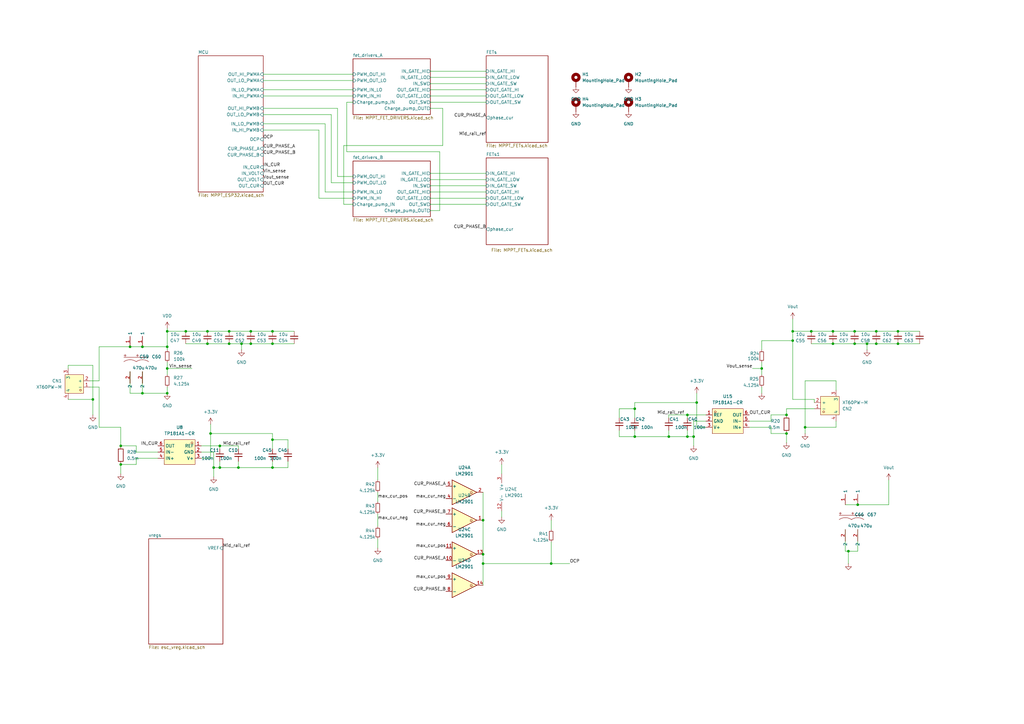
<source format=kicad_sch>
(kicad_sch (version 20231120) (generator "eeschema") (generator_version "8.0")
  (paper "A3")
  (lib_symbols
    (symbol "Comparator:LM2901" (pin_names (offset 0.127))
      (property "Reference" "U" (at 0 5.08 0))
      (property "Value" "LM2901" (at 0 -5.08 0))
      (symbol "LM2901_1_1"
        (polyline (pts (xy -5.08 5.08) (xy 5.08 0) (xy -5.08 -5.08) (xy -5.08 5.08)) (stroke (width 0.254)) (fill (type background)))
        (polyline (pts (xy 3.302 -0.508) (xy 2.794 -0.508) (xy 3.302 0) (xy 2.794 0.508) (xy 2.286 0) (xy 2.794 -0.508) (xy 2.286 -0.508)) (stroke (width 0.127)))
        (pin open_collector line (at 7.62 0 180) (length 2.54) (name "~") (number "2"))
        (pin input line (at -7.62 -2.54 0) (length 2.54) (name "-") (number "4"))
        (pin input line (at -7.62 2.54 0) (length 2.54) (name "+") (number "5"))
      )
      (symbol "LM2901_2_1"
        (polyline (pts (xy -5.08 5.08) (xy 5.08 0) (xy -5.08 -5.08) (xy -5.08 5.08)) (stroke (width 0.254)) (fill (type background)))
        (polyline (pts (xy 3.302 -0.508) (xy 2.794 -0.508) (xy 3.302 0) (xy 2.794 0.508) (xy 2.286 0) (xy 2.794 -0.508) (xy 2.286 -0.508)) (stroke (width 0.127)))
        (pin open_collector line (at 7.62 0 180) (length 2.54) (name "~") (number "1"))
        (pin input line (at -7.62 -2.54 0) (length 2.54) (name "-") (number "6"))
        (pin input line (at -7.62 2.54 0) (length 2.54) (name "+") (number "7"))
      )
      (symbol "LM2901_3_1"
        (polyline (pts (xy -5.08 5.08) (xy 5.08 0) (xy -5.08 -5.08) (xy -5.08 5.08)) (stroke (width 0.254)) (fill (type background)))
        (polyline (pts (xy 3.302 -0.508) (xy 2.794 -0.508) (xy 3.302 0) (xy 2.794 0.508) (xy 2.286 0) (xy 2.794 -0.508) (xy 2.286 -0.508)) (stroke (width 0.127)))
        (pin input line (at -7.62 -2.54 0) (length 2.54) (name "-") (number "10"))
        (pin input line (at -7.62 2.54 0) (length 2.54) (name "+") (number "11"))
        (pin open_collector line (at 7.62 0 180) (length 2.54) (name "~") (number "13"))
      )
      (symbol "LM2901_4_1"
        (polyline (pts (xy -5.08 5.08) (xy 5.08 0) (xy -5.08 -5.08) (xy -5.08 5.08)) (stroke (width 0.254)) (fill (type background)))
        (polyline (pts (xy 3.302 -0.508) (xy 2.794 -0.508) (xy 3.302 0) (xy 2.794 0.508) (xy 2.286 0) (xy 2.794 -0.508) (xy 2.286 -0.508)) (stroke (width 0.127)))
        (pin open_collector line (at 7.62 0 180) (length 2.54) (name "~") (number "14"))
        (pin input line (at -7.62 -2.54 0) (length 2.54) (name "-") (number "8"))
        (pin input line (at -7.62 2.54 0) (length 2.54) (name "+") (number "9"))
      )
      (symbol "LM2901_5_1"
        (pin power_in line (at -2.54 -7.62 90) (length 3.81) (name "V-") (number "12"))
        (pin power_in line (at -2.54 7.62 270) (length 3.81) (name "V+") (number "3"))
      )
    )
    (symbol "Device:C_Small" (pin_numbers hide) (pin_names (offset 0.254) hide)
      (property "Reference" "C" (at 0.254 1.778 0))
      (property "Value" "C_Small" (at 0.254 -2.032 0))
      (symbol "C_Small_0_1"
        (polyline (pts (xy -1.524 -0.508) (xy 1.524 -0.508)) (stroke (width 0.3302)))
        (polyline (pts (xy -1.524 0.508) (xy 1.524 0.508)) (stroke (width 0.3048)))
      )
      (symbol "C_Small_1_1"
        (pin passive line (at 0 2.54 270) (length 2.032) (name "~") (number "1"))
        (pin passive line (at 0 -2.54 90) (length 2.032) (name "~") (number "2"))
      )
    )
    (symbol "Device:R" (pin_numbers hide) (pin_names (offset 0))
      (property "Reference" "R" (at 2.032 0 90))
      (property "Value" "R" (at 0 0 90))
      (symbol "R_0_1"
        (rectangle (start -1.016 -2.54) (end 1.016 2.54) (stroke (width 0.254)))
      )
      (symbol "R_1_1"
        (pin passive line (at 0 3.81 270) (length 1.27) (name "~") (number "1"))
        (pin passive line (at 0 -3.81 90) (length 1.27) (name "~") (number "2"))
      )
    )
    (symbol "Device:R_Small" (pin_numbers hide) (pin_names (offset 0.254) hide)
      (property "Reference" "R" (at 0.762 0.508 0))
      (property "Value" "R_Small" (at 0.762 -1.016 0))
      (symbol "R_Small_0_1"
        (rectangle (start -0.762 1.778) (end 0.762 -1.778) (stroke (width 0.2032)))
      )
      (symbol "R_Small_1_1"
        (pin passive line (at 0 2.54 270) (length 0.762) (name "~") (number "1"))
        (pin passive line (at 0 -2.54 90) (length 0.762) (name "~") (number "2"))
      )
    )
    (symbol "Mechanical:MountingHole_Pad" (pin_numbers hide) (pin_names (offset 1.016) hide) (exclude_from_sim yes) (in_bom no)
      (property "Reference" "H" (at 0 6.35 0))
      (property "Value" "MountingHole_Pad" (at 0 4.445 0))
      (symbol "MountingHole_Pad_0_1"
        (circle (center 0 1.27) (radius 1.27) (stroke (width 1.27)))
      )
      (symbol "MountingHole_Pad_1_1"
        (pin input line (at 0 -2.54 90) (length 2.54) (name "1") (number "1"))
      )
    )
    (symbol "easyeda2kicad:RC100M471LO16*26TH-2A1E"
      (property "Reference" "C" (at 0 10.16 0))
      (property "Value" "RC100M471LO16*26TH-2A1E" (at 0 -10.16 0))
      (symbol "RC100M471LO16*26TH-2A1E_0_1"
        (rectangle (start -2.54 1.52) (end -1.52 1.52) (fill (type background)))
        (rectangle (start -2.03 2.03) (end -2.03 1.02) (fill (type background)))
        (arc (start 0 -0.25) (mid -1.3336 -0.4253) (end -2.54 -1.02))
        (polyline (pts (xy -2.54 0.76) (xy 2.54 0.76)))
        (arc (start 2.54 -1.02) (mid 1.334 -0.4238) (end 0 -0.25))
        (pin unspecified line (at 0 5.08 90) (length 4.318) (name "1") (number "1"))
        (pin unspecified line (at 0 -5.08 270) (length 4.826) (name "2") (number "2"))
      )
    )
    (symbol "easyeda2kicad:TP181A1-CR"
      (property "Reference" "U" (at 0 7.62 0))
      (property "Value" "TP181A1-CR" (at 0 -7.62 0))
      (symbol "TP181A1-CR_0_1"
        (rectangle (start -6.35 5.08) (end 6.35 -5.08) (fill (type background)))
        (circle (center -5.08 3.81) (radius 0.38))
        (pin unspecified line (at -8.89 2.54 0) (length 2.54) (name "REF") (number "1"))
        (pin unspecified line (at -8.89 0 0) (length 2.54) (name "GND") (number "2"))
        (pin unspecified line (at -8.89 -2.54 0) (length 2.54) (name "V+") (number "3"))
        (pin unspecified line (at 8.89 -2.54 180) (length 2.54) (name "IN+") (number "4"))
        (pin unspecified line (at 8.89 0 180) (length 2.54) (name "IN-") (number "5"))
        (pin unspecified line (at 8.89 2.54 180) (length 2.54) (name "OUT") (number "6"))
      )
    )
    (symbol "easyeda2kicad:XT60PW-M"
      (property "Reference" "CN" (at 0 13.97 0))
      (property "Value" "XT60PW-M" (at 0 -8.89 0))
      (symbol "XT60PW-M_0_1"
        (rectangle (start -2.54 6.35) (end 5.08 -1.27) (fill (type background)))
        (circle (center -1.27 5.08) (radius 0.38))
        (pin unspecified line (at -5.08 3.81 0) (length 2.54) (name "-") (number "1"))
        (pin unspecified line (at -5.08 1.27 0) (length 2.54) (name "+") (number "2"))
        (pin unspecified line (at 3.81 -3.81 90) (length 2.54) (name "3") (number "3"))
        (pin unspecified line (at 3.81 8.89 270) (length 2.54) (name "4") (number "4"))
      )
    )
    (symbol "power:+3.3V" (power) (pin_numbers hide) (pin_names (offset 0) hide)
      (property "Value" "+3.3V" (at 0 3.556 0))
      (symbol "+3.3V_0_1"
        (polyline (pts (xy -0.762 1.27) (xy 0 2.54)))
        (polyline (pts (xy 0 0) (xy 0 2.54)))
        (polyline (pts (xy 0 2.54) (xy 0.762 1.27)))
      )
      (symbol "+3.3V_1_1"
        (pin power_in line (at 0 0 90) (length 0) (name "~") (number "1"))
      )
    )
    (symbol "power:GND" (power) (pin_numbers hide) (pin_names (offset 0) hide)
      (property "Value" "GND" (at 0 -3.81 0))
      (symbol "GND_0_1"
        (polyline (pts (xy 0 0) (xy 0 -1.27) (xy 1.27 -1.27) (xy 0 -2.54) (xy -1.27 -1.27) (xy 0 -1.27)))
      )
      (symbol "GND_1_1"
        (pin power_in line (at 0 0 270) (length 0) (name "~") (number "1"))
      )
    )
    (symbol "power:VBUS" (power) (pin_numbers hide) (pin_names (offset 0) hide)
      (property "Value" "VBUS" (at 0 3.556 0))
      (symbol "VBUS_0_1"
        (polyline (pts (xy -0.762 1.27) (xy 0 2.54)))
        (polyline (pts (xy 0 0) (xy 0 2.54)))
        (polyline (pts (xy 0 2.54) (xy 0.762 1.27)))
      )
      (symbol "VBUS_1_1"
        (pin power_in line (at 0 0 90) (length 0) (name "~") (number "1"))
      )
    )
    (symbol "power:VDD" (power) (pin_numbers hide) (pin_names (offset 0) hide)
      (property "Value" "VDD" (at 0 3.556 0))
      (symbol "VDD_0_1"
        (polyline (pts (xy -0.762 1.27) (xy 0 2.54)))
        (polyline (pts (xy 0 0) (xy 0 2.54)))
        (polyline (pts (xy 0 2.54) (xy 0.762 1.27)))
      )
      (symbol "VDD_1_1"
        (pin power_in line (at 0 0 90) (length 0) (name "~") (number "1"))
      )
    )
  )
  (junction (at 38.1 163.83))
  (junction (at 351.79 207.01))
  (junction (at 76.2 135.89))
  (junction (at 359.41 135.89))
  (junction (at 330.2 175.26))
  (junction (at 68.58 135.89))
  (junction (at 274.32 179.07))
  (junction (at 325.12 135.89))
  (junction (at 93.98 140.97))
  (junction (at 111.76 135.89))
  (junction (at 350.52 135.89))
  (junction (at 93.98 135.89))
  (junction (at 332.74 135.89))
  (junction (at 322.58 170.18))
  (junction (at 53.34 142.24))
  (junction (at 341.63 135.89))
  (junction (at 341.63 140.97))
  (junction (at 102.87 140.97))
  (junction (at 86.36 177.8))
  (junction (at 281.94 179.07))
  (junction (at 85.09 135.89))
  (junction (at 90.17 182.88))
  (junction (at 99.06 140.97))
  (junction (at 49.53 182.88))
  (junction (at 198.12 213.36))
  (junction (at 285.75 165.1))
  (junction (at 68.58 142.24))
  (junction (at 87.63 191.77))
  (junction (at 355.6 140.97))
  (junction (at 260.35 167.64))
  (junction (at 111.76 180.34))
  (junction (at 68.58 151.13))
  (junction (at 325.12 139.7))
  (junction (at 97.79 191.77))
  (junction (at 284.48 179.07))
  (junction (at 226.06 231.14))
  (junction (at 49.53 190.5))
  (junction (at 359.41 140.97))
  (junction (at 368.3 135.89))
  (junction (at 198.12 231.14))
  (junction (at 90.17 191.77))
  (junction (at 368.3 140.97))
  (junction (at 322.58 177.8))
  (junction (at 198.12 227.33))
  (junction (at 85.09 140.97))
  (junction (at 111.76 191.77))
  (junction (at 68.58 161.29))
  (junction (at 102.87 135.89))
  (junction (at 347.98 226.06))
  (junction (at 58.42 161.29))
  (junction (at 111.76 140.97))
  (junction (at 260.35 179.07))
  (junction (at 58.42 142.24))
  (junction (at 281.94 170.18))
  (junction (at 350.52 140.97))
  (junction (at 312.42 151.13))
  (wire (pts (xy 111.76 140.97) (xy 102.87 140.97)))
  (wire (pts (xy 99.06 140.97) (xy 93.98 140.97)))
  (wire (pts (xy 346.71 207.01) (xy 351.79 207.01)))
  (wire (pts (xy 27.94 151.13) (xy 27.94 149.86)))
  (wire (pts (xy 85.09 135.89) (xy 93.98 135.89)))
  (wire (pts (xy 254 171.45) (xy 254 167.64)))
  (wire (pts (xy 341.63 135.89) (xy 350.52 135.89)))
  (wire (pts (xy 180.34 62.23) (xy 180.34 86.36)))
  (wire (pts (xy 281.94 170.18) (xy 289.56 170.18)))
  (wire (pts (xy 68.58 158.75) (xy 68.58 161.29)))
  (wire (pts (xy 176.53 29.21) (xy 199.39 29.21)))
  (wire (pts (xy 68.58 135.89) (xy 68.58 142.24)))
  (wire (pts (xy 325.12 139.7) (xy 325.12 163.83)))
  (wire (pts (xy 53.34 142.24) (xy 58.42 142.24)))
  (wire (pts (xy 138.43 72.39) (xy 138.43 44.45)))
  (wire (pts (xy 58.42 142.24) (xy 68.58 142.24)))
  (wire (pts (xy 181.61 44.45) (xy 176.53 44.45)))
  (wire (pts (xy 111.76 189.23) (xy 111.76 191.77)))
  (wire (pts (xy 176.53 39.37) (xy 199.39 39.37)))
  (wire (pts (xy 285.75 161.29) (xy 285.75 165.1)))
  (wire (pts (xy 138.43 44.45) (xy 107.95 44.45)))
  (wire (pts (xy 53.34 152.4) (xy 53.34 161.29)))
  (wire (pts (xy 97.79 184.15) (xy 97.79 182.88)))
  (wire (pts (xy 350.52 140.97) (xy 341.63 140.97)))
  (wire (pts (xy 284.48 179.07) (xy 284.48 182.88)))
  (wire (pts (xy 284.48 172.72) (xy 284.48 179.07)))
  (wire (pts (xy 49.53 190.5) (xy 55.88 190.5)))
  (wire (pts (xy 40.64 156.21) (xy 36.83 156.21)))
  (wire (pts (xy 40.64 142.24) (xy 53.34 142.24)))
  (wire (pts (xy 68.58 134.62) (xy 68.58 135.89)))
  (wire (pts (xy 312.42 158.75) (xy 312.42 161.29)))
  (wire (pts (xy 90.17 182.88) (xy 82.55 182.88)))
  (wire (pts (xy 334.01 163.83) (xy 334.01 165.1)))
  (wire (pts (xy 144.78 74.93) (xy 135.89 74.93)))
  (wire (pts (xy 359.41 135.89) (xy 368.3 135.89)))
  (wire (pts (xy 64.77 185.42) (xy 55.88 185.42)))
  (wire (pts (xy 347.98 226.06) (xy 351.79 226.06)))
  (wire (pts (xy 316.23 177.8) (xy 316.23 175.26)))
  (wire (pts (xy 322.58 177.8) (xy 322.58 181.61)))
  (wire (pts (xy 198.12 201.93) (xy 198.12 213.36)))
  (wire (pts (xy 205.74 190.5) (xy 205.74 194.31)))
  (wire (pts (xy 135.89 74.93) (xy 135.89 46.99)))
  (wire (pts (xy 322.58 167.64) (xy 322.58 170.18)))
  (wire (pts (xy 260.35 176.53) (xy 260.35 179.07)))
  (wire (pts (xy 90.17 191.77) (xy 87.63 191.77)))
  (wire (pts (xy 325.12 135.89) (xy 332.74 135.89)))
  (wire (pts (xy 281.94 179.07) (xy 284.48 179.07)))
  (wire (pts (xy 133.35 50.8) (xy 107.95 50.8)))
  (wire (pts (xy 254 167.64) (xy 260.35 167.64)))
  (wire (pts (xy 154.94 201.93) (xy 154.94 205.74)))
  (wire (pts (xy 347.98 226.06) (xy 347.98 231.14)))
  (wire (pts (xy 53.34 161.29) (xy 58.42 161.29)))
  (wire (pts (xy 142.24 41.91) (xy 142.24 62.23)))
  (wire (pts (xy 107.95 30.48) (xy 144.78 30.48)))
  (wire (pts (xy 350.52 135.89) (xy 359.41 135.89)))
  (wire (pts (xy 68.58 135.89) (xy 76.2 135.89)))
  (wire (pts (xy 111.76 180.34) (xy 111.76 177.8)))
  (wire (pts (xy 36.83 158.75) (xy 40.64 158.75)))
  (wire (pts (xy 38.1 170.18) (xy 38.1 163.83)))
  (wire (pts (xy 346.71 217.17) (xy 346.71 226.06)))
  (wire (pts (xy 355.6 140.97) (xy 350.52 140.97)))
  (wire (pts (xy 176.53 41.91) (xy 199.39 41.91)))
  (wire (pts (xy 58.42 161.29) (xy 68.58 161.29)))
  (wire (pts (xy 99.06 140.97) (xy 99.06 143.51)))
  (wire (pts (xy 364.49 207.01) (xy 364.49 196.85)))
  (wire (pts (xy 342.9 156.21) (xy 330.2 156.21)))
  (wire (pts (xy 346.71 226.06) (xy 347.98 226.06)))
  (wire (pts (xy 176.53 81.28) (xy 199.39 81.28)))
  (wire (pts (xy 118.11 184.15) (xy 118.11 180.34)))
  (wire (pts (xy 176.53 73.66) (xy 199.39 73.66)))
  (wire (pts (xy 133.35 78.74) (xy 133.35 50.8)))
  (wire (pts (xy 260.35 171.45) (xy 260.35 167.64)))
  (wire (pts (xy 254 176.53) (xy 254 179.07)))
  (wire (pts (xy 144.78 83.82) (xy 140.97 83.82)))
  (wire (pts (xy 154.94 191.77) (xy 154.94 196.85)))
  (wire (pts (xy 260.35 165.1) (xy 285.75 165.1)))
  (wire (pts (xy 341.63 140.97) (xy 332.74 140.97)))
  (wire (pts (xy 102.87 135.89) (xy 111.76 135.89)))
  (wire (pts (xy 307.34 175.26) (xy 316.23 175.26)))
  (wire (pts (xy 325.12 135.89) (xy 325.12 139.7)))
  (wire (pts (xy 330.2 156.21) (xy 330.2 175.26)))
  (wire (pts (xy 312.42 148.59) (xy 312.42 151.13)))
  (wire (pts (xy 90.17 189.23) (xy 90.17 191.77)))
  (wire (pts (xy 49.53 175.26) (xy 49.53 182.88)))
  (wire (pts (xy 351.79 217.17) (xy 351.79 226.06)))
  (wire (pts (xy 334.01 167.64) (xy 322.58 167.64)))
  (wire (pts (xy 176.53 78.74) (xy 199.39 78.74)))
  (wire (pts (xy 260.35 167.64) (xy 260.35 165.1)))
  (wire (pts (xy 87.63 185.42) (xy 87.63 191.77)))
  (wire (pts (xy 342.9 172.72) (xy 342.9 175.26)))
  (wire (pts (xy 49.53 182.88) (xy 55.88 182.88)))
  (wire (pts (xy 120.65 140.97) (xy 111.76 140.97)))
  (wire (pts (xy 330.2 175.26) (xy 330.2 177.8)))
  (wire (pts (xy 86.36 177.8) (xy 86.36 187.96)))
  (wire (pts (xy 111.76 191.77) (xy 97.79 191.77)))
  (wire (pts (xy 49.53 190.5) (xy 49.53 194.31)))
  (wire (pts (xy 274.32 179.07) (xy 281.94 179.07)))
  (wire (pts (xy 93.98 140.97) (xy 85.09 140.97)))
  (wire (pts (xy 85.09 140.97) (xy 76.2 140.97)))
  (wire (pts (xy 97.79 189.23) (xy 97.79 191.77)))
  (wire (pts (xy 154.94 220.98) (xy 154.94 224.79)))
  (wire (pts (xy 198.12 213.36) (xy 198.12 227.33)))
  (wire (pts (xy 64.77 187.96) (xy 55.88 187.96)))
  (wire (pts (xy 176.53 36.83) (xy 199.39 36.83)))
  (wire (pts (xy 274.32 176.53) (xy 274.32 179.07)))
  (wire (pts (xy 144.78 41.91) (xy 142.24 41.91)))
  (wire (pts (xy 111.76 177.8) (xy 86.36 177.8)))
  (wire (pts (xy 107.95 33.02) (xy 144.78 33.02)))
  (wire (pts (xy 289.56 175.26) (xy 285.75 175.26)))
  (wire (pts (xy 68.58 148.59) (xy 68.58 151.13)))
  (wire (pts (xy 226.06 231.14) (xy 233.68 231.14)))
  (wire (pts (xy 260.35 179.07) (xy 274.32 179.07)))
  (wire (pts (xy 322.58 170.18) (xy 316.23 170.18)))
  (wire (pts (xy 27.94 149.86) (xy 38.1 149.86)))
  (wire (pts (xy 205.74 209.55) (xy 205.74 212.09)))
  (wire (pts (xy 82.55 187.96) (xy 86.36 187.96)))
  (wire (pts (xy 55.88 190.5) (xy 55.88 187.96)))
  (wire (pts (xy 226.06 213.36) (xy 226.06 217.17)))
  (wire (pts (xy 68.58 151.13) (xy 68.58 153.67)))
  (wire (pts (xy 38.1 149.86) (xy 38.1 163.83)))
  (wire (pts (xy 368.3 135.89) (xy 377.19 135.89)))
  (wire (pts (xy 154.94 210.82) (xy 154.94 215.9)))
  (wire (pts (xy 312.42 151.13) (xy 312.42 153.67)))
  (wire (pts (xy 330.2 175.26) (xy 342.9 175.26)))
  (wire (pts (xy 307.34 172.72) (xy 316.23 172.72)))
  (wire (pts (xy 130.81 81.28) (xy 130.81 53.34)))
  (wire (pts (xy 316.23 172.72) (xy 316.23 170.18)))
  (wire (pts (xy 176.53 31.75) (xy 199.39 31.75)))
  (wire (pts (xy 78.74 151.13) (xy 68.58 151.13)))
  (wire (pts (xy 312.42 139.7) (xy 325.12 139.7)))
  (wire (pts (xy 40.64 175.26) (xy 40.64 158.75)))
  (wire (pts (xy 144.78 72.39) (xy 138.43 72.39)))
  (wire (pts (xy 86.36 173.99) (xy 86.36 177.8)))
  (wire (pts (xy 176.53 34.29) (xy 199.39 34.29)))
  (wire (pts (xy 285.75 165.1) (xy 285.75 175.26)))
  (wire (pts (xy 87.63 191.77) (xy 87.63 195.58)))
  (wire (pts (xy 289.56 172.72) (xy 284.48 172.72)))
  (wire (pts (xy 355.6 140.97) (xy 355.6 143.51)))
  (wire (pts (xy 359.41 140.97) (xy 355.6 140.97)))
  (wire (pts (xy 377.19 140.97) (xy 368.3 140.97)))
  (wire (pts (xy 140.97 83.82) (xy 140.97 59.69)))
  (wire (pts (xy 325.12 163.83) (xy 334.01 163.83)))
  (wire (pts (xy 90.17 182.88) (xy 97.79 182.88)))
  (wire (pts (xy 144.78 78.74) (xy 133.35 78.74)))
  (wire (pts (xy 226.06 231.14) (xy 226.06 222.25)))
  (wire (pts (xy 144.78 81.28) (xy 130.81 81.28)))
  (wire (pts (xy 351.79 207.01) (xy 364.49 207.01)))
  (wire (pts (xy 198.12 231.14) (xy 226.06 231.14)))
  (wire (pts (xy 281.94 170.18) (xy 281.94 171.45)))
  (wire (pts (xy 254 179.07) (xy 260.35 179.07)))
  (wire (pts (xy 107.95 36.83) (xy 144.78 36.83)))
  (wire (pts (xy 49.53 175.26) (xy 40.64 175.26)))
  (wire (pts (xy 140.97 59.69) (xy 181.61 59.69)))
  (wire (pts (xy 82.55 185.42) (xy 87.63 185.42)))
  (wire (pts (xy 281.94 170.18) (xy 274.32 170.18)))
  (wire (pts (xy 198.12 231.14) (xy 198.12 240.03)))
  (wire (pts (xy 27.94 163.83) (xy 38.1 163.83)))
  (wire (pts (xy 111.76 184.15) (xy 111.76 180.34)))
  (wire (pts (xy 281.94 176.53) (xy 281.94 179.07)))
  (wire (pts (xy 118.11 180.34) (xy 111.76 180.34)))
  (wire (pts (xy 68.58 142.24) (xy 68.58 143.51)))
  (wire (pts (xy 76.2 135.89) (xy 85.09 135.89)))
  (wire (pts (xy 90.17 182.88) (xy 90.17 184.15)))
  (wire (pts (xy 142.24 62.23) (xy 180.34 62.23)))
  (wire (pts (xy 58.42 152.4) (xy 58.42 161.29)))
  (wire (pts (xy 107.95 39.37) (xy 144.78 39.37)))
  (wire (pts (xy 198.12 227.33) (xy 198.12 231.14)))
  (wire (pts (xy 274.32 171.45) (xy 274.32 170.18)))
  (wire (pts (xy 368.3 140.97) (xy 359.41 140.97)))
  (wire (pts (xy 325.12 130.81) (xy 325.12 135.89)))
  (wire (pts (xy 180.34 86.36) (xy 176.53 86.36)))
  (wire (pts (xy 322.58 177.8) (xy 316.23 177.8)))
  (wire (pts (xy 40.64 142.24) (xy 40.64 156.21)))
  (wire (pts (xy 176.53 76.2) (xy 199.39 76.2)))
  (wire (pts (xy 118.11 189.23) (xy 118.11 191.77)))
  (wire (pts (xy 176.53 83.82) (xy 199.39 83.82)))
  (wire (pts (xy 118.11 191.77) (xy 111.76 191.77)))
  (wire (pts (xy 332.74 135.89) (xy 341.63 135.89)))
  (wire (pts (xy 135.89 46.99) (xy 107.95 46.99)))
  (wire (pts (xy 342.9 160.02) (xy 342.9 156.21)))
  (wire (pts (xy 97.79 191.77) (xy 90.17 191.77)))
  (wire (pts (xy 130.81 53.34) (xy 107.95 53.34)))
  (wire (pts (xy 308.61 151.13) (xy 312.42 151.13)))
  (wire (pts (xy 55.88 185.42) (xy 55.88 182.88)))
  (wire (pts (xy 176.53 71.12) (xy 199.39 71.12)))
  (wire (pts (xy 102.87 140.97) (xy 99.06 140.97)))
  (wire (pts (xy 93.98 135.89) (xy 102.87 135.89)))
  (wire (pts (xy 181.61 59.69) (xy 181.61 44.45)))
  (wire (pts (xy 111.76 135.89) (xy 120.65 135.89)))
  (wire (pts (xy 312.42 139.7) (xy 312.42 143.51)))
  (label "max_cur_pos" (at 182.88 237.49 180))
  (label "OCP" (at 233.68 231.14 0))
  (label "CUR_PHASE_A" (at 182.88 199.39 180))
  (label "max_cur_pos" (at 182.88 224.79 180))
  (label "Mid_rail_ref" (at 91.44 182.88 0))
  (label "CUR_PHASE_B" (at 107.95 63.5 0))
  (label "Vin_sense" (at 78.74 151.13 180))
  (label "CUR_PHASE_A" (at 182.88 229.87 180))
  (label "max_cur_neg" (at 182.88 215.9 180))
  (label "CUR_PHASE_B" (at 199.39 93.98 180))
  (label "Mid_rail_ref" (at 199.39 55.88 180))
  (label "IN_CUR" (at 107.95 68.58 0))
  (label "CUR_PHASE_B" (at 182.88 242.57 180))
  (label "max_cur_neg" (at 182.88 204.47 180))
  (label "IN_CUR" (at 64.77 182.88 180))
  (label "CUR_PHASE_A" (at 107.95 60.96 0))
  (label "Mid_rail_ref" (at 91.44 224.79 0))
  (label "Vin_sense" (at 107.95 71.12 0))
  (label "max_cur_pos" (at 154.94 204.47 0))
  (label "CUR_PHASE_A" (at 199.39 48.26 180))
  (label "OUT_CUR" (at 107.95 76.2 0))
  (label "Vout_sense" (at 308.61 151.13 180))
  (label "max_cur_neg" (at 154.94 213.36 0))
  (label "CUR_PHASE_B" (at 182.88 210.82 180))
  (label "Mid_rail_ref" (at 280.67 170.18 180))
  (label "OCP" (at 107.95 57.15 0))
  (label "Vout_sense" (at 107.95 73.66 0))
  (label "OUT_CUR" (at 307.34 170.18 0))
  (symbol (lib_id "power:GND") (at 330.2 177.8 0) (unit 1)
    (property "Reference" "#PWR084" (effects (hide yes)))
    (property "Value" "GND" (at 330.2 182.88 0))
    (property "Description" "Power symbol creates a global label with name \"GND\" , ground" (effects (hide yes)))
  )
  (symbol (lib_id "power:GND") (at 257.81 35.56 0) (mirror y) (unit 1)
    (property "Reference" "#PWR086" (effects (hide yes)))
    (property "Value" "GND" (at 257.81 40.64 0))
    (property "Description" "Power symbol creates a global label with name \"GND\" , ground" (effects (hide yes)))
  )
  (symbol (lib_id "Comparator:LM2901") (at 190.5 227.33 0) (unit 3)
    (property "Reference" "U24" (at 190.5 217.17 0))
    (property "Value" "LM2901" (at 190.5 219.71 0))
    (property "Datasheet" "https://www.st.com/resource/en/datasheet/lm2901.pdf" (effects (hide yes)))
    (property "Description" "Quad Differential Comparators, DIP-14/SOIC-14/TSSOP-14" (effects (hide yes)))
  )
  (symbol (lib_id "power:VBUS") (at 325.12 130.81 0) (unit 1)
    (property "Reference" "#PWR078" (effects (hide yes)))
    (property "Value" "Vout" (at 325.12 125.73 0))
    (property "Description" "Power symbol creates a global label with name \"VBUS\"" (effects (hide yes)))
  )
  (symbol (lib_id "Device:R_Small") (at 226.06 219.71 0) (unit 1)
    (property "Reference" "R41" (at 220.98 218.948 0) (effects (justify left)))
    (property "Value" "4.125k" (at 218.44 221.488 0) (effects (justify left)))
    (property "Footprint" "Resistor_SMD:R_0402_1005Metric" (effects (hide yes)))
    (property "Description" "Resistor, small symbol" (effects (hide yes)))
  )
  (symbol (lib_id "power:GND") (at 312.42 161.29 0) (unit 1)
    (property "Reference" "#PWR071" (effects (hide yes)))
    (property "Value" "GND" (effects (hide yes)))
    (property "Description" "Power symbol creates a global label with name \"GND\" , ground" (effects (hide yes)))
  )
  (symbol (lib_id "Device:C_Small") (at 111.76 186.69 0) (mirror y) (unit 1)
    (property "Reference" "C45" (at 111.506 184.658 0) (effects (justify left)))
    (property "Value" "100n" (at 109.22 187.9662 0) (effects (justify left)))
    (property "Footprint" "Capacitor_SMD:C_0402_1005Metric" (effects (hide yes)))
    (property "Description" "Unpolarized capacitor, small symbol" (effects (hide yes)))
  )
  (symbol (lib_id "Device:C_Small") (at 260.35 173.99 0) (unit 1)
    (property "Reference" "C42" (at 260.604 171.958 0) (effects (justify left)))
    (property "Value" "100n" (at 262.89 175.2662 0) (effects (justify left)))
    (property "Footprint" "Capacitor_SMD:C_0402_1005Metric" (effects (hide yes)))
    (property "Description" "Unpolarized capacitor, small symbol" (effects (hide yes)))
  )
  (symbol (lib_id "Comparator:LM2901") (at 208.28 201.93 0) (unit 5)
    (property "Reference" "U24" (at 207.01 200.6599 0) (effects (justify left)))
    (property "Value" "LM2901" (at 207.01 203.1999 0) (effects (justify left)))
    (property "Datasheet" "https://www.st.com/resource/en/datasheet/lm2901.pdf" (effects (hide yes)))
    (property "Description" "Quad Differential Comparators, DIP-14/SOIC-14/TSSOP-14" (effects (hide yes)))
  )
  (symbol (lib_id "Device:C_Small") (at 377.19 138.43 180) (unit 1)
    (property "Reference" "C63" (at 374.65 139.6938 0) (effects (justify left)))
    (property "Value" "10u" (at 374.65 137.1538 0) (effects (justify left)))
    (property "Footprint" "Capacitor_SMD:C_1210_3225Metric" (effects (hide yes)))
    (property "Description" "Unpolarized capacitor, small symbol" (effects (hide yes)))
  )
  (symbol (lib_id "Device:C_Small") (at 332.74 138.43 180) (unit 1)
    (property "Reference" "C55" (at 330.2 139.6938 0) (effects (justify left)))
    (property "Value" "10u" (at 330.2 137.1538 0) (effects (justify left)))
    (property "Footprint" "Capacitor_SMD:C_1210_3225Metric" (effects (hide yes)))
    (property "Description" "Unpolarized capacitor, small symbol" (effects (hide yes)))
  )
  (symbol (lib_id "Device:R_Small") (at 154.94 208.28 0) (unit 1)
    (property "Reference" "R43" (at 149.86 207.518 0) (effects (justify left)))
    (property "Value" "4.125k" (at 147.32 210.058 0) (effects (justify left)))
    (property "Footprint" "Resistor_SMD:R_0402_1005Metric" (effects (hide yes)))
    (property "Description" "Resistor, small symbol" (effects (hide yes)))
  )
  (symbol (lib_id "power:+3.3V") (at 285.75 161.29 0) (unit 1)
    (property "Reference" "#PWR093" (effects (hide yes)))
    (property "Value" "+3.3V" (at 285.75 156.21 0))
    (property "Description" "Power symbol creates a global label with name \"+3.3V\"" (effects (hide yes)))
  )
  (symbol (lib_id "easyeda2kicad:TP181A1-CR") (at 298.45 172.72 0) (unit 1)
    (property "Reference" "U15" (at 298.45 162.56 0))
    (property "Value" "TP181A1-CR" (at 298.45 165.1 0))
    (property "Footprint" "easyeda2kicad:SC70-6_L2.1-W1.3-P0.65-LS2.3-BL" (effects (hide yes)))
    (property "LCSC Part" "C2902349" (effects (hide yes)))
  )
  (symbol (lib_id "Device:C_Small") (at 111.76 138.43 180) (unit 1)
    (property "Reference" "C53" (at 109.22 139.6938 0) (effects (justify left)))
    (property "Value" "10u" (at 109.22 137.1538 0) (effects (justify left)))
    (property "Footprint" "Capacitor_SMD:C_1210_3225Metric" (effects (hide yes)))
    (property "Description" "Unpolarized capacitor, small symbol" (effects (hide yes)))
  )
  (symbol (lib_id "Device:C_Small") (at 274.32 173.99 0) (unit 1)
    (property "Reference" "C41" (at 274.574 171.958 0) (effects (justify left)))
    (property "Value" "100n" (at 276.86 175.2662 0) (effects (justify left)))
    (property "Footprint" "Capacitor_SMD:C_0402_1005Metric" (effects (hide yes)))
    (property "Description" "Unpolarized capacitor, small symbol" (effects (hide yes)))
  )
  (symbol (lib_id "easyeda2kicad:RC100M471LO16*26TH-2A1E") (at 351.79 212.09 0) (unit 1)
    (property "Reference" "C67" (at 355.6 211.0739 0) (effects (justify left)))
    (property "Value" "470u" (at 352.806 215.646 0) (effects (justify left)))
    (property "Footprint" "easyeda2kicad:CAP-TH_BD16.0-P7.50-D1.2-FD" (effects (hide yes)))
    (property "Datasheet" "https://lcsc.com/product-detail/Others_BERYL-Electronic-Tech-RC100M471LO16-26TH-2A1E_C365811.html" (effects (hide yes)))
    (property "LCSC Part" "C365811" (effects (hide yes)))
  )
  (symbol (lib_id "power:VDD") (at 68.58 134.62 0) (unit 1)
    (property "Reference" "#PWR026" (effects (hide yes)))
    (property "Value" "VDD" (at 68.58 129.54 0))
    (property "Description" "Power symbol creates a global label with name \"VDD\"" (effects (hide yes)))
  )
  (symbol (lib_id "Device:R") (at 322.58 173.99 0) (mirror y) (unit 1)
    (property "Reference" "R20" (at 320.04 172.7199 0) (effects (justify left)))
    (property "Value" "0.5m" (at 320.04 175.2599 0) (effects (justify left)))
    (property "Footprint" "Resistor_SMD:R_2512_6332Metric" (effects (hide yes)))
    (property "Description" "Resistor" (effects (hide yes)))
  )
  (symbol (lib_id "power:GND") (at 257.81 45.72 0) (mirror y) (unit 1)
    (property "Reference" "#PWR088" (effects (hide yes)))
    (property "Value" "GND" (at 257.81 50.8 0))
    (property "Description" "Power symbol creates a global label with name \"GND\" , ground" (effects (hide yes)))
  )
  (symbol (lib_id "Device:C_Small") (at 85.09 138.43 180) (unit 1)
    (property "Reference" "C49" (at 82.55 139.6938 0) (effects (justify left)))
    (property "Value" "10u" (at 82.55 137.1538 0) (effects (justify left)))
    (property "Footprint" "Capacitor_SMD:C_1210_3225Metric" (effects (hide yes)))
    (property "Description" "Unpolarized capacitor, small symbol" (effects (hide yes)))
  )
  (symbol (lib_id "Device:C_Small") (at 341.63 138.43 180) (unit 1)
    (property "Reference" "C56" (at 339.09 139.6938 0) (effects (justify left)))
    (property "Value" "10u" (at 339.09 137.1538 0) (effects (justify left)))
    (property "Footprint" "Capacitor_SMD:C_1210_3225Metric" (effects (hide yes)))
    (property "Description" "Unpolarized capacitor, small symbol" (effects (hide yes)))
  )
  (symbol (lib_id "Device:R_Small") (at 68.58 156.21 0) (unit 1)
    (property "Reference" "R27" (at 71.12 154.9399 0) (effects (justify left)))
    (property "Value" "4.125k" (at 71.12 157.4799 0) (effects (justify left)))
    (property "Footprint" "Resistor_SMD:R_0402_1005Metric" (effects (hide yes)))
    (property "Description" "Resistor, small symbol" (effects (hide yes)))
  )
  (symbol (lib_id "Device:R") (at 49.53 186.69 0) (unit 1)
    (property "Reference" "R28" (at 52.07 185.4199 0) (effects (justify left)))
    (property "Value" "0.5m" (at 52.07 187.9599 0) (effects (justify left)))
    (property "Footprint" "Resistor_SMD:R_2512_6332Metric" (effects (hide yes)))
    (property "Description" "Resistor" (effects (hide yes)))
  )
  (symbol (lib_id "Device:C_Small") (at 254 173.99 0) (unit 1)
    (property "Reference" "C43" (at 254.254 171.958 0) (effects (justify left)))
    (property "Value" "100n" (at 256.54 175.2662 0) (effects (justify left)))
    (property "Footprint" "Capacitor_SMD:C_0402_1005Metric" (effects (hide yes)))
    (property "Description" "Unpolarized capacitor, small symbol" (effects (hide yes)))
  )
  (symbol (lib_id "Comparator:LM2901") (at 190.5 213.36 0) (unit 2)
    (property "Reference" "U24" (at 190.5 203.2 0))
    (property "Value" "LM2901" (at 190.5 205.74 0))
    (property "Datasheet" "https://www.st.com/resource/en/datasheet/lm2901.pdf" (effects (hide yes)))
    (property "Description" "Quad Differential Comparators, DIP-14/SOIC-14/TSSOP-14" (effects (hide yes)))
  )
  (symbol (lib_id "easyeda2kicad:TP181A1-CR") (at 73.66 185.42 0) (mirror y) (unit 1)
    (property "Reference" "U8" (at 73.66 175.26 0))
    (property "Value" "TP181A1-CR" (at 73.66 177.8 0))
    (property "Footprint" "easyeda2kicad:SC70-6_L2.1-W1.3-P0.65-LS2.3-BL" (effects (hide yes)))
    (property "LCSC Part" "C2902349" (effects (hide yes)))
  )
  (symbol (lib_id "power:GND") (at 49.53 194.31 0) (mirror y) (unit 1)
    (property "Reference" "#PWR023" (effects (hide yes)))
    (property "Value" "GND" (at 49.53 199.39 0))
    (property "Description" "Power symbol creates a global label with name \"GND\" , ground" (effects (hide yes)))
  )
  (symbol (lib_id "power:GND") (at 87.63 195.58 0) (mirror y) (unit 1)
    (property "Reference" "#PWR021" (effects (hide yes)))
    (property "Value" "GND" (at 87.63 200.66 0))
    (property "Description" "Power symbol creates a global label with name \"GND\" , ground" (effects (hide yes)))
  )
  (symbol (lib_id "easyeda2kicad:RC100M471LO16*26TH-2A1E") (at 58.42 147.32 0) (unit 1)
    (property "Reference" "C60" (at 62.23 146.3039 0) (effects (justify left)))
    (property "Value" "470u" (at 59.436 150.876 0) (effects (justify left)))
    (property "Footprint" "easyeda2kicad:CAP-TH_BD16.0-P7.50-D1.2-FD" (effects (hide yes)))
    (property "Datasheet" "https://lcsc.com/product-detail/Others_BERYL-Electronic-Tech-RC100M471LO16-26TH-2A1E_C365811.html" (effects (hide yes)))
    (property "LCSC Part" "C365811" (effects (hide yes)))
  )
  (symbol (lib_id "Mechanical:MountingHole_Pad") (at 257.81 43.18 0) (unit 1) (exclude_from_sim yes) (in_bom no)
    (property "Reference" "H3" (at 260.35 40.6399 0) (effects (justify left)))
    (property "Value" "MountingHole_Pad" (at 260.35 43.1799 0) (effects (justify left)))
    (property "Footprint" "MountingHole:MountingHole_3mm_Pad" (effects (hide yes)))
    (property "Description" "Mounting Hole with connection" (effects (hide yes)))
  )
  (symbol (lib_id "Device:C_Small") (at 97.79 186.69 0) (mirror y) (unit 1)
    (property "Reference" "C10" (at 97.536 184.658 0) (effects (justify left)))
    (property "Value" "100n" (at 95.25 187.9662 0) (effects (justify left)))
    (property "Footprint" "Capacitor_SMD:C_0402_1005Metric" (effects (hide yes)))
    (property "Description" "Unpolarized capacitor, small symbol" (effects (hide yes)))
  )
  (symbol (lib_id "Mechanical:MountingHole_Pad") (at 236.22 33.02 0) (unit 1) (exclude_from_sim yes) (in_bom no)
    (property "Reference" "H1" (at 238.76 30.4799 0) (effects (justify left)))
    (property "Value" "MountingHole_Pad" (at 238.76 33.0199 0) (effects (justify left)))
    (property "Footprint" "MountingHole:MountingHole_3mm_Pad" (effects (hide yes)))
    (property "Description" "Mounting Hole with connection" (effects (hide yes)))
  )
  (symbol (lib_id "easyeda2kicad:RC100M471LO16*26TH-2A1E") (at 346.71 212.09 0) (unit 1)
    (property "Reference" "C66" (at 350.52 211.0739 0) (effects (justify left)))
    (property "Value" "470u" (at 347.726 215.646 0) (effects (justify left)))
    (property "Footprint" "easyeda2kicad:CAP-TH_BD16.0-P7.50-D1.2-FD" (effects (hide yes)))
    (property "Datasheet" "https://lcsc.com/product-detail/Others_BERYL-Electronic-Tech-RC100M471LO16-26TH-2A1E_C365811.html" (effects (hide yes)))
    (property "LCSC Part" "C365811" (effects (hide yes)))
  )
  (symbol (lib_id "power:GND") (at 205.74 212.09 0) (unit 1)
    (property "Reference" "#PWR024" (effects (hide yes)))
    (property "Value" "GND" (at 205.74 217.17 0))
    (property "Description" "Power symbol creates a global label with name \"GND\" , ground" (effects (hide yes)))
  )
  (symbol (lib_id "Mechanical:MountingHole_Pad") (at 236.22 43.18 0) (unit 1) (exclude_from_sim yes) (in_bom no)
    (property "Reference" "H4" (at 238.76 40.6399 0) (effects (justify left)))
    (property "Value" "MountingHole_Pad" (at 238.76 43.1799 0) (effects (justify left)))
    (property "Footprint" "MountingHole:MountingHole_3mm_Pad" (effects (hide yes)))
    (property "Description" "Mounting Hole with connection" (effects (hide yes)))
  )
  (symbol (lib_id "power:GND") (at 99.06 143.51 0) (unit 1)
    (property "Reference" "#PWR04" (effects (hide yes)))
    (property "Value" "GND" (at 99.06 148.59 0))
    (property "Description" "Power symbol creates a global label with name \"GND\" , ground" (effects (hide yes)))
  )
  (symbol (lib_id "Device:C_Small") (at 350.52 138.43 180) (unit 1)
    (property "Reference" "C57" (at 347.98 139.6938 0) (effects (justify left)))
    (property "Value" "10u" (at 347.98 137.1538 0) (effects (justify left)))
    (property "Footprint" "Capacitor_SMD:C_1210_3225Metric" (effects (hide yes)))
    (property "Description" "Unpolarized capacitor, small symbol" (effects (hide yes)))
  )
  (symbol (lib_id "Device:C_Small") (at 93.98 138.43 180) (unit 1)
    (property "Reference" "C51" (at 91.44 139.6938 0) (effects (justify left)))
    (property "Value" "10u" (at 91.44 137.1538 0) (effects (justify left)))
    (property "Footprint" "Capacitor_SMD:C_1210_3225Metric" (effects (hide yes)))
    (property "Description" "Unpolarized capacitor, small symbol" (effects (hide yes)))
  )
  (symbol (lib_id "easyeda2kicad:RC100M471LO16*26TH-2A1E") (at 53.34 147.32 0) (unit 1)
    (property "Reference" "C59" (at 57.15 146.3039 0) (effects (justify left)))
    (property "Value" "470u" (at 54.356 150.876 0) (effects (justify left)))
    (property "Footprint" "easyeda2kicad:CAP-TH_BD16.0-P7.50-D1.2-FD" (effects (hide yes)))
    (property "Datasheet" "https://lcsc.com/product-detail/Others_BERYL-Electronic-Tech-RC100M471LO16-26TH-2A1E_C365811.html" (effects (hide yes)))
    (property "LCSC Part" "C365811" (effects (hide yes)))
  )
  (symbol (lib_id "Comparator:LM2901") (at 190.5 201.93 0) (unit 1)
    (property "Reference" "U24" (at 190.5 191.77 0))
    (property "Value" "LM2901" (at 190.5 194.31 0))
    (property "Footprint" "easyeda2kicad:SOP-14_L8.6-W3.9-P1.27-LS6.0-BL-1" (effects (hide yes)))
    (property "Datasheet" "https://www.st.com/resource/en/datasheet/lm2901.pdf" (effects (hide yes)))
    (property "Description" "Quad Differential Comparators, DIP-14/SOIC-14/TSSOP-14" (effects (hide yes)))
  )
  (symbol (lib_id "power:VBUS") (at 364.49 196.85 0) (unit 1)
    (property "Reference" "#PWR0104" (effects (hide yes)))
    (property "Value" "Vout" (at 364.49 191.77 0))
    (property "Description" "Power symbol creates a global label with name \"VBUS\"" (effects (hide yes)))
  )
  (symbol (lib_id "Device:R_Small") (at 312.42 146.05 0) (unit 1)
    (property "Reference" "R24" (at 307.594 145.034 0) (effects (justify left)))
    (property "Value" "100k" (at 306.578 147.066 0) (effects (justify left)))
    (property "Footprint" "Resistor_SMD:R_0805_2012Metric" (effects (hide yes)))
    (property "Description" "Resistor, small symbol" (effects (hide yes)))
  )
  (symbol (lib_id "power:GND") (at 154.94 224.79 0) (unit 1)
    (property "Reference" "#PWR028" (effects (hide yes)))
    (property "Value" "GND" (at 154.94 229.87 0))
    (property "Description" "Power symbol creates a global label with name \"GND\" , ground" (effects (hide yes)))
  )
  (symbol (lib_id "Device:C_Small") (at 76.2 138.43 180) (unit 1)
    (property "Reference" "C47" (at 73.66 139.6938 0) (effects (justify left)))
    (property "Value" "10u" (at 73.66 137.1538 0) (effects (justify left)))
    (property "Footprint" "Capacitor_SMD:C_1210_3225Metric" (effects (hide yes)))
    (property "Description" "Unpolarized capacitor, small symbol" (effects (hide yes)))
  )
  (symbol (lib_id "Device:R_Small") (at 68.58 146.05 0) (unit 1)
    (property "Reference" "R26" (at 71.12 144.7799 0) (effects (justify left)))
    (property "Value" "100k" (at 71.12 147.3199 0) (effects (justify left)))
    (property "Footprint" "Resistor_SMD:R_0805_2012Metric" (effects (hide yes)))
    (property "Description" "Resistor, small symbol" (effects (hide yes)))
  )
  (symbol (lib_id "Device:R_Small") (at 312.42 156.21 0) (unit 1)
    (property "Reference" "R25" (at 307.34 155.448 0) (effects (justify left)))
    (property "Value" "4.125k" (at 304.8 157.988 0) (effects (justify left)))
    (property "Footprint" "Resistor_SMD:R_0402_1005Metric" (effects (hide yes)))
    (property "Description" "Resistor, small symbol" (effects (hide yes)))
  )
  (symbol (lib_id "Comparator:LM2901") (at 190.5 240.03 0) (unit 4)
    (property "Reference" "U24" (at 190.5 229.87 0))
    (property "Value" "LM2901" (at 190.5 232.41 0))
    (property "Datasheet" "https://www.st.com/resource/en/datasheet/lm2901.pdf" (effects (hide yes)))
    (property "Description" "Quad Differential Comparators, DIP-14/SOIC-14/TSSOP-14" (effects (hide yes)))
  )
  (symbol (lib_id "power:GND") (at 236.22 35.56 0) (mirror y) (unit 1)
    (property "Reference" "#PWR018" (effects (hide yes)))
    (property "Value" "GND" (at 236.22 40.64 0))
    (property "Description" "Power symbol creates a global label with name \"GND\" , ground" (effects (hide yes)))
  )
  (symbol (lib_id "power:GND") (at 355.6 143.51 0) (unit 1)
    (property "Reference" "#PWR013" (effects (hide yes)))
    (property "Value" "GND" (at 355.6 148.59 0))
    (property "Description" "Power symbol creates a global label with name \"GND\" , ground" (effects (hide yes)))
  )
  (symbol (lib_id "power:GND") (at 236.22 45.72 0) (mirror y) (unit 1)
    (property "Reference" "#PWR05" (effects (hide yes)))
    (property "Value" "GND" (at 236.22 50.8 0))
    (property "Description" "Power symbol creates a global label with name \"GND\" , ground" (effects (hide yes)))
  )
  (symbol (lib_id "Device:C_Small") (at 281.94 173.99 0) (unit 1)
    (property "Reference" "C40" (at 282.194 171.958 0) (effects (justify left)))
    (property "Value" "100n" (at 284.48 175.2662 0) (effects (justify left)))
    (property "Footprint" "Capacitor_SMD:C_0402_1005Metric" (effects (hide yes)))
    (property "Description" "Unpolarized capacitor, small symbol" (effects (hide yes)))
  )
  (symbol (lib_id "Device:C_Small") (at 90.17 186.69 0) (mirror y) (unit 1)
    (property "Reference" "C11" (at 89.916 184.658 0) (effects (justify left)))
    (property "Value" "100n" (at 87.63 187.9662 0) (effects (justify left)))
    (property "Footprint" "Capacitor_SMD:C_0402_1005Metric" (effects (hide yes)))
    (property "Description" "Unpolarized capacitor, small symbol" (effects (hide yes)))
  )
  (symbol (lib_id "easyeda2kicad:XT60PW-M") (at 31.75 154.94 180) (unit 1)
    (property "Reference" "CN1" (at 25.4 156.2099 0) (effects (justify left)))
    (property "Value" "XT60PW-M" (at 25.4 158.7499 0) (effects (justify left)))
    (property "Footprint" "easyeda2kicad:CONN-TH_XT60PW-M" (effects (hide yes)))
    (property "LCSC Part" "C98732" (effects (hide yes)))
  )
  (symbol (lib_id "power:GND") (at 347.98 231.14 0) (unit 1)
    (property "Reference" "#PWR0109" (effects (hide yes)))
    (property "Value" "GND" (effects (hide yes)))
    (property "Description" "Power symbol creates a global label with name \"GND\" , ground" (effects (hide yes)))
  )
  (symbol (lib_id "easyeda2kicad:XT60PW-M") (at 339.09 163.83 0) (mirror x) (unit 1)
    (property "Reference" "CN2" (at 345.44 167.6401 0) (effects (justify left)))
    (property "Value" "XT60PW-M" (at 345.44 165.1001 0) (effects (justify left)))
    (property "Footprint" "easyeda2kicad:CONN-TH_XT60PW-M" (effects (hide yes)))
    (property "LCSC Part" "C98732" (effects (hide yes)))
  )
  (symbol (lib_id "Mechanical:MountingHole_Pad") (at 257.81 33.02 0) (unit 1) (exclude_from_sim yes) (in_bom no)
    (property "Reference" "H2" (at 260.35 30.4799 0) (effects (justify left)))
    (property "Value" "MountingHole_Pad" (at 260.35 33.0199 0) (effects (justify left)))
    (property "Footprint" "MountingHole:MountingHole_3mm_Pad" (effects (hide yes)))
    (property "Description" "Mounting Hole with connection" (effects (hide yes)))
  )
  (symbol (lib_id "Device:C_Small") (at 120.65 138.43 180) (unit 1)
    (property "Reference" "C54" (at 118.11 139.6938 0) (effects (justify left)))
    (property "Value" "10u" (at 118.11 137.1538 0) (effects (justify left)))
    (property "Footprint" "Capacitor_SMD:C_1210_3225Metric" (effects (hide yes)))
    (property "Description" "Unpolarized capacitor, small symbol" (effects (hide yes)))
  )
  (symbol (lib_id "power:GND") (at 284.48 182.88 0) (unit 1)
    (property "Reference" "#PWR094" (effects (hide yes)))
    (property "Value" "GND" (at 284.48 187.96 0))
    (property "Description" "Power symbol creates a global label with name \"GND\" , ground" (effects (hide yes)))
  )
  (symbol (lib_id "Device:R_Small") (at 154.94 218.44 0) (unit 1)
    (property "Reference" "R44" (at 149.86 217.678 0) (effects (justify left)))
    (property "Value" "4.125k" (at 147.32 220.218 0) (effects (justify left)))
    (property "Footprint" "Resistor_SMD:R_0402_1005Metric" (effects (hide yes)))
    (property "Description" "Resistor, small symbol" (effects (hide yes)))
  )
  (symbol (lib_id "power:+3.3V") (at 154.94 191.77 0) (unit 1)
    (property "Reference" "#PWR027" (effects (hide yes)))
    (property "Value" "+3.3V" (at 154.94 186.69 0))
    (property "Description" "Power symbol creates a global label with name \"+3.3V\"" (effects (hide yes)))
  )
  (symbol (lib_id "Device:R_Small") (at 154.94 199.39 0) (unit 1)
    (property "Reference" "R42" (at 149.86 198.628 0) (effects (justify left)))
    (property "Value" "4.125k" (at 147.32 201.168 0) (effects (justify left)))
    (property "Footprint" "Resistor_SMD:R_0402_1005Metric" (effects (hide yes)))
    (property "Description" "Resistor, small symbol" (effects (hide yes)))
  )
  (symbol (lib_id "power:GND") (at 68.58 161.29 0) (unit 1)
    (property "Reference" "#PWR072" (effects (hide yes)))
    (property "Value" "GND" (at 68.58 166.37 0))
    (property "Description" "Power symbol creates a global label with name \"GND\" , ground" (effects (hide yes)))
  )
  (symbol (lib_id "power:+3.3V") (at 205.74 190.5 0) (unit 1)
    (property "Reference" "#PWR014" (effects (hide yes)))
    (property "Value" "+3.3V" (at 205.74 185.42 0))
    (property "Description" "Power symbol creates a global label with name \"+3.3V\"" (effects (hide yes)))
  )
  (symbol (lib_id "power:+3.3V") (at 226.06 213.36 0) (unit 1)
    (property "Reference" "#PWR025" (effects (hide yes)))
    (property "Value" "+3.3V" (at 226.06 208.28 0))
    (property "Description" "Power symbol creates a global label with name \"+3.3V\"" (effects (hide yes)))
  )
  (symbol (lib_id "power:GND") (at 322.58 181.61 0) (unit 1)
    (property "Reference" "#PWR070" (effects (hide yes)))
    (property "Value" "GND" (at 322.58 186.69 0))
    (property "Description" "Power symbol creates a global label with name \"GND\" , ground" (effects (hide yes)))
  )
  (symbol (lib_id "Device:C_Small") (at 118.11 186.69 0) (mirror y) (unit 1)
    (property "Reference" "C46" (at 117.856 184.658 0) (effects (justify left)))
    (property "Value" "100n" (at 115.57 187.9662 0) (effects (justify left)))
    (property "Footprint" "Capacitor_SMD:C_0402_1005Metric" (effects (hide yes)))
    (property "Description" "Unpolarized capacitor, small symbol" (effects (hide yes)))
  )
  (symbol (lib_id "Device:C_Small") (at 368.3 138.43 180) (unit 1)
    (property "Reference" "C62" (at 365.76 139.6938 0) (effects (justify left)))
    (property "Value" "10u" (at 365.76 137.1538 0) (effects (justify left)))
    (property "Footprint" "Capacitor_SMD:C_1210_3225Metric" (effects (hide yes)))
    (property "Description" "Unpolarized capacitor, small symbol" (effects (hide yes)))
  )
  (symbol (lib_id "Device:C_Small") (at 359.41 138.43 180) (unit 1)
    (property "Reference" "C58" (at 356.87 139.6938 0) (effects (justify left)))
    (property "Value" "10u" (at 356.87 137.1538 0) (effects (justify left)))
    (property "Footprint" "Capacitor_SMD:C_1210_3225Metric" (effects (hide yes)))
    (property "Description" "Unpolarized capacitor, small symbol" (effects (hide yes)))
  )
  (symbol (lib_id "power:+3.3V") (at 86.36 173.99 0) (mirror y) (unit 1)
    (property "Reference" "#PWR022" (effects (hide yes)))
    (property "Value" "+3.3V" (at 86.36 168.91 0))
    (property "Description" "Power symbol creates a global label with name \"+3.3V\"" (effects (hide yes)))
  )
  (symbol (lib_id "Device:C_Small") (at 102.87 138.43 180) (unit 1)
    (property "Reference" "C52" (at 100.33 139.6938 0) (effects (justify left)))
    (property "Value" "10u" (at 100.33 137.1538 0) (effects (justify left)))
    (property "Footprint" "Capacitor_SMD:C_1210_3225Metric" (effects (hide yes)))
    (property "Description" "Unpolarized capacitor, small symbol" (effects (hide yes)))
  )
  (symbol (lib_id "power:GND") (at 38.1 170.18 0) (mirror y) (unit 1)
    (property "Reference" "#PWR077" (effects (hide yes)))
    (property "Value" "GND" (at 38.1 175.26 0))
    (property "Description" "Power symbol creates a global label with name \"GND\" , ground" (effects (hide yes)))
  )
  (sheet (at 144.78 66.04) (size 31.75 22.86) (stroke (width 0.1524))
    (property "Sheetname" "fet_drivers_B" (at 144.78 65.3284 0) (effects (justify left bottom)))
    (property "Sheetfile" "MPPT_FET_DRIVERS.kicad_sch" (at 144.78 89.4846 0) (effects (justify left top)))
    (pin "PWM_OUT_HI" input (at 144.78 72.39 180))
    (pin "PWM_OUT_LO" input (at 144.78 74.93 180))
    (pin "IN_GATE_HI" output (at 176.53 71.12 0))
    (pin "IN_GATE_LO" output (at 176.53 73.66 0))
    (pin "OUT_GATE_HI" output (at 176.53 78.74 0))
    (pin "OUT_GATE_LO" output (at 176.53 81.28 0))
    (pin "PWM_IN_LO" input (at 144.78 78.74 180))
    (pin "PWM_IN_HI" input (at 144.78 81.28 180))
    (pin "IN_SW" output (at 176.53 76.2 0))
    (pin "OUT_SW" output (at 176.53 83.82 0))
    (pin "Charge_pump_OUT" output (at 176.53 86.36 0))
    (pin "Charge_pump_IN" input (at 144.78 83.82 180))
  )
  (sheet (at 81.28 22.86) (size 26.67 55.88) (stroke (width 0.1524))
    (property "Sheetname" "MCU" (at 81.28 22.1484 0) (effects (justify left bottom)))
    (property "Sheetfile" "MPPT_ESP32.kicad_sch" (at 81.28 79.3246 0) (effects (justify left top)))
    (pin "OUT_CUR" input (at 107.95 76.2 0))
    (pin "OUT_VOLT" input (at 107.95 73.66 0))
    (pin "CUR_PHASE_A" input (at 107.95 60.96 0))
    (pin "CUR_PHASE_B" input (at 107.95 63.5 0))
    (pin "IN_VOLT" input (at 107.95 71.12 0))
    (pin "IN_CUR" input (at 107.95 68.58 0))
    (pin "IN_HI_PWMA" input (at 107.95 39.37 0))
    (pin "OUT_LO_PWMA" input (at 107.95 33.02 0))
    (pin "IN_LO_PWMA" input (at 107.95 36.83 0))
    (pin "OUT_HI_PWMA" input (at 107.95 30.48 0))
    (pin "OUT_LO_PWMB" input (at 107.95 46.99 0))
    (pin "OUT_HI_PWMB" input (at 107.95 44.45 0))
    (pin "IN_HI_PWMB" input (at 107.95 53.34 0))
    (pin "IN_LO_PWMB" input (at 107.95 50.8 0))
    (pin "OCP" input (at 107.95 57.15 0))
  )
  (sheet (at 199.39 64.77) (size 25.4 35.56) (stroke (width 0.1524))
    (property "Sheetname" "FETs1" (at 199.39 64.0584 0) (effects (justify left bottom)))
    (property "Sheetfile" "MPPT_FETs.kicad_sch" (at 201.422 101.854 0) (effects (justify left top)))
    (pin "IN_GATE_HI" input (at 199.39 71.12 180))
    (pin "OUT_GATE_HI" input (at 199.39 78.74 180))
    (pin "OUT_GATE_LOW" input (at 199.39 81.28 180))
    (pin "IN_GATE_LOW" input (at 199.39 73.66 180))
    (pin "OUT_GATE_SW" input (at 199.39 83.82 180))
    (pin "IN_GATE_SW" input (at 199.39 76.2 180))
    (pin "phase_cur" output (at 199.39 93.98 180))
  )
  (sheet (at 199.39 22.86) (size 25.4 35.56) (stroke (width 0.1524))
    (property "Sheetname" "FETs" (at 199.39 22.1484 0) (effects (justify left bottom)))
    (property "Sheetfile" "MPPT_FETs.kicad_sch" (at 199.39 59.0046 0) (effects (justify left top)))
    (pin "IN_GATE_HI" input (at 199.39 29.21 180))
    (pin "OUT_GATE_HI" input (at 199.39 36.83 180))
    (pin "OUT_GATE_LOW" input (at 199.39 39.37 180))
    (pin "IN_GATE_LOW" input (at 199.39 31.75 180))
    (pin "OUT_GATE_SW" input (at 199.39 41.91 180))
    (pin "IN_GATE_SW" input (at 199.39 34.29 180))
    (pin "phase_cur" output (at 199.39 48.26 180))
  )
  (sheet (at 60.96 220.98) (size 30.48 43.18) (stroke (width 0.1524))
    (property "Sheetname" "vregs" (at 60.96 220.2684 0) (effects (justify left bottom)))
    (property "Sheetfile" "esc_vreg.kicad_sch" (at 60.96 264.7446 0) (effects (justify left top)))
    (pin "VREF" input (at 91.44 224.79 0))
  )
  (sheet (at 144.78 24.13) (size 31.75 22.86) (stroke (width 0.1524))
    (property "Sheetname" "fet_drivers_A" (at 144.78 23.4184 0) (effects (justify left bottom)))
    (property "Sheetfile" "MPPT_FET_DRIVERS.kicad_sch" (at 144.78 47.5746 0) (effects (justify left top)))
    (pin "PWM_OUT_HI" input (at 144.78 30.48 180))
    (pin "PWM_OUT_LO" input (at 144.78 33.02 180))
    (pin "IN_GATE_HI" output (at 176.53 29.21 0))
    (pin "IN_GATE_LO" output (at 176.53 31.75 0))
    (pin "OUT_GATE_HI" output (at 176.53 36.83 0))
    (pin "OUT_GATE_LO" output (at 176.53 39.37 0))
    (pin "PWM_IN_LO" input (at 144.78 36.83 180))
    (pin "PWM_IN_HI" input (at 144.78 39.37 180))
    (pin "IN_SW" output (at 176.53 34.29 0))
    (pin "OUT_SW" output (at 176.53 41.91 0))
    (pin "Charge_pump_OUT" output (at 176.53 44.45 0))
    (pin "Charge_pump_IN" input (at 144.78 41.91 180))
  )
)
</source>
